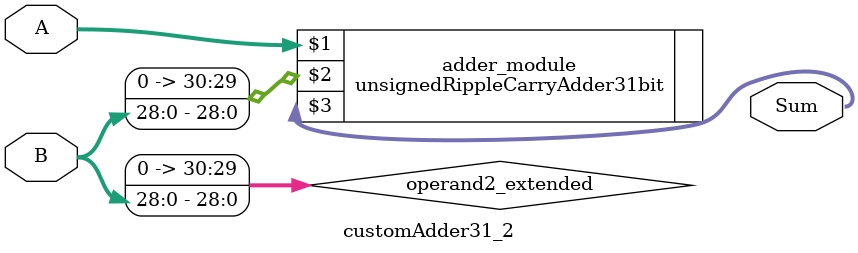
<source format=v>

module customAdder31_2(
                    input [30 : 0] A,
                    input [28 : 0] B,
                    
                    output [31 : 0] Sum
            );

    wire [30 : 0] operand2_extended;
    
    assign operand2_extended =  {2'b0, B};
    
    unsignedRippleCarryAdder31bit adder_module(
        A,
        operand2_extended,
        Sum
    );
    
endmodule
        
</source>
